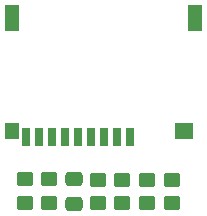
<source format=gbr>
%TF.GenerationSoftware,KiCad,Pcbnew,7.0.8*%
%TF.CreationDate,2023-11-15T18:30:51+02:00*%
%TF.ProjectId,CAN_DISPLAY,43414e5f-4449-4535-904c-41592e6b6963,rev?*%
%TF.SameCoordinates,Original*%
%TF.FileFunction,Paste,Bot*%
%TF.FilePolarity,Positive*%
%FSLAX46Y46*%
G04 Gerber Fmt 4.6, Leading zero omitted, Abs format (unit mm)*
G04 Created by KiCad (PCBNEW 7.0.8) date 2023-11-15 18:30:51*
%MOMM*%
%LPD*%
G01*
G04 APERTURE LIST*
G04 Aperture macros list*
%AMRoundRect*
0 Rectangle with rounded corners*
0 $1 Rounding radius*
0 $2 $3 $4 $5 $6 $7 $8 $9 X,Y pos of 4 corners*
0 Add a 4 corners polygon primitive as box body*
4,1,4,$2,$3,$4,$5,$6,$7,$8,$9,$2,$3,0*
0 Add four circle primitives for the rounded corners*
1,1,$1+$1,$2,$3*
1,1,$1+$1,$4,$5*
1,1,$1+$1,$6,$7*
1,1,$1+$1,$8,$9*
0 Add four rect primitives between the rounded corners*
20,1,$1+$1,$2,$3,$4,$5,0*
20,1,$1+$1,$4,$5,$6,$7,0*
20,1,$1+$1,$6,$7,$8,$9,0*
20,1,$1+$1,$8,$9,$2,$3,0*%
G04 Aperture macros list end*
%ADD10RoundRect,0.250000X-0.450000X0.350000X-0.450000X-0.350000X0.450000X-0.350000X0.450000X0.350000X0*%
%ADD11RoundRect,0.250000X0.450000X-0.350000X0.450000X0.350000X-0.450000X0.350000X-0.450000X-0.350000X0*%
%ADD12RoundRect,0.250000X0.475000X-0.337500X0.475000X0.337500X-0.475000X0.337500X-0.475000X-0.337500X0*%
%ADD13R,0.700000X1.600000*%
%ADD14R,1.200000X2.200000*%
%ADD15R,1.600000X1.400000*%
%ADD16R,1.200000X1.400000*%
G04 APERTURE END LIST*
D10*
%TO.C,R17*%
X141262200Y-71066400D03*
X141262200Y-73066400D03*
%TD*%
D11*
%TO.C,R19*%
X130911600Y-73050400D03*
X130911600Y-71050400D03*
%TD*%
D12*
%TO.C,C23*%
X135043400Y-73123800D03*
X135043400Y-71048800D03*
%TD*%
D13*
%TO.C,J11*%
X139831632Y-67445755D03*
X138731632Y-67445755D03*
X137631632Y-67445755D03*
X136531632Y-67445755D03*
X135431632Y-67445755D03*
X134331632Y-67445755D03*
X133231632Y-67445755D03*
X132131632Y-67445755D03*
X131031632Y-67445755D03*
D14*
X145331632Y-57345755D03*
D15*
X144431632Y-66945755D03*
D16*
X129831632Y-66945755D03*
D14*
X129831632Y-57345755D03*
%TD*%
D10*
%TO.C,R16*%
X143340800Y-71066400D03*
X143340800Y-73066400D03*
%TD*%
%TO.C,R14*%
X139183600Y-71066400D03*
X139183600Y-73066400D03*
%TD*%
%TO.C,R18*%
X137105000Y-71066400D03*
X137105000Y-73066400D03*
%TD*%
D11*
%TO.C,R20*%
X132969000Y-73050400D03*
X132969000Y-71050400D03*
%TD*%
M02*

</source>
